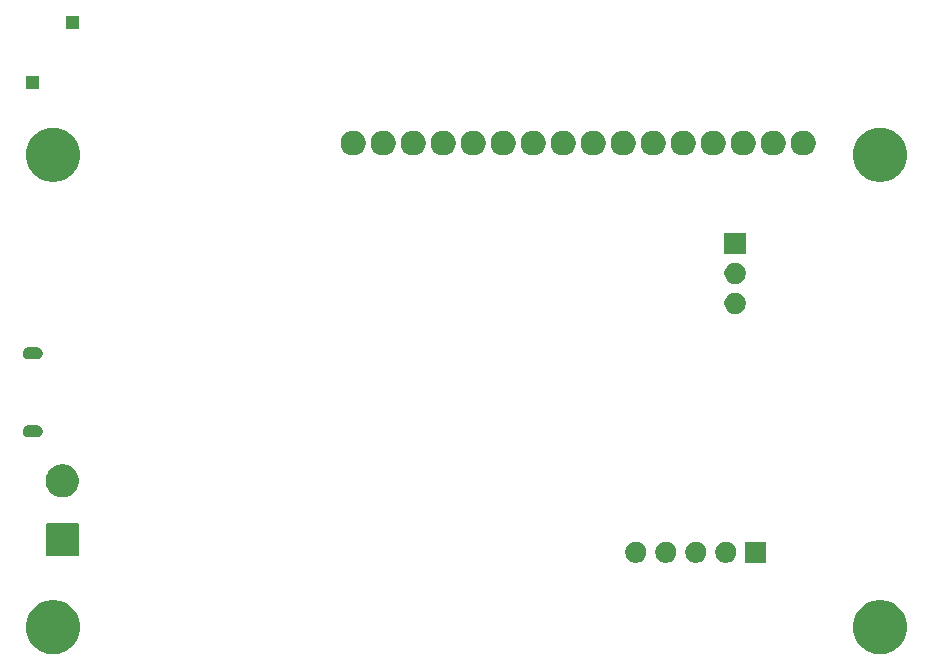
<source format=gbr>
G04 #@! TF.GenerationSoftware,KiCad,Pcbnew,(5.1.5)-3*
G04 #@! TF.CreationDate,2021-10-16T16:50:23+02:00*
G04 #@! TF.ProjectId,reader,72656164-6572-42e6-9b69-6361645f7063,rev?*
G04 #@! TF.SameCoordinates,Original*
G04 #@! TF.FileFunction,Soldermask,Bot*
G04 #@! TF.FilePolarity,Negative*
%FSLAX46Y46*%
G04 Gerber Fmt 4.6, Leading zero omitted, Abs format (unit mm)*
G04 Created by KiCad (PCBNEW (5.1.5)-3) date 2021-10-16 16:50:23*
%MOMM*%
%LPD*%
G04 APERTURE LIST*
%ADD10C,0.100000*%
G04 APERTURE END LIST*
D10*
G36*
X114208903Y-134343213D02*
G01*
X114431177Y-134387426D01*
X114849932Y-134560880D01*
X115226802Y-134812696D01*
X115547304Y-135133198D01*
X115799120Y-135510068D01*
X115972574Y-135928823D01*
X116061000Y-136373371D01*
X116061000Y-136826629D01*
X115972574Y-137271177D01*
X115799120Y-137689932D01*
X115547304Y-138066802D01*
X115226802Y-138387304D01*
X114849932Y-138639120D01*
X114431177Y-138812574D01*
X114208903Y-138856787D01*
X113986630Y-138901000D01*
X113533370Y-138901000D01*
X113311097Y-138856787D01*
X113088823Y-138812574D01*
X112670068Y-138639120D01*
X112293198Y-138387304D01*
X111972696Y-138066802D01*
X111720880Y-137689932D01*
X111547426Y-137271177D01*
X111459000Y-136826629D01*
X111459000Y-136373371D01*
X111547426Y-135928823D01*
X111720880Y-135510068D01*
X111972696Y-135133198D01*
X112293198Y-134812696D01*
X112670068Y-134560880D01*
X113088823Y-134387426D01*
X113311097Y-134343213D01*
X113533370Y-134299000D01*
X113986630Y-134299000D01*
X114208903Y-134343213D01*
G37*
G36*
X184208903Y-134343213D02*
G01*
X184431177Y-134387426D01*
X184849932Y-134560880D01*
X185226802Y-134812696D01*
X185547304Y-135133198D01*
X185799120Y-135510068D01*
X185972574Y-135928823D01*
X186061000Y-136373371D01*
X186061000Y-136826629D01*
X185972574Y-137271177D01*
X185799120Y-137689932D01*
X185547304Y-138066802D01*
X185226802Y-138387304D01*
X184849932Y-138639120D01*
X184431177Y-138812574D01*
X184208903Y-138856787D01*
X183986630Y-138901000D01*
X183533370Y-138901000D01*
X183311097Y-138856787D01*
X183088823Y-138812574D01*
X182670068Y-138639120D01*
X182293198Y-138387304D01*
X181972696Y-138066802D01*
X181720880Y-137689932D01*
X181547426Y-137271177D01*
X181459000Y-136826629D01*
X181459000Y-136373371D01*
X181547426Y-135928823D01*
X181720880Y-135510068D01*
X181972696Y-135133198D01*
X182293198Y-134812696D01*
X182670068Y-134560880D01*
X183088823Y-134387426D01*
X183311097Y-134343213D01*
X183533370Y-134299000D01*
X183986630Y-134299000D01*
X184208903Y-134343213D01*
G37*
G36*
X170823512Y-129353927D02*
G01*
X170972812Y-129383624D01*
X171136784Y-129451544D01*
X171284354Y-129550147D01*
X171409853Y-129675646D01*
X171508456Y-129823216D01*
X171576376Y-129987188D01*
X171611000Y-130161259D01*
X171611000Y-130338741D01*
X171576376Y-130512812D01*
X171508456Y-130676784D01*
X171409853Y-130824354D01*
X171284354Y-130949853D01*
X171136784Y-131048456D01*
X170972812Y-131116376D01*
X170823512Y-131146073D01*
X170798742Y-131151000D01*
X170621258Y-131151000D01*
X170596488Y-131146073D01*
X170447188Y-131116376D01*
X170283216Y-131048456D01*
X170135646Y-130949853D01*
X170010147Y-130824354D01*
X169911544Y-130676784D01*
X169843624Y-130512812D01*
X169809000Y-130338741D01*
X169809000Y-130161259D01*
X169843624Y-129987188D01*
X169911544Y-129823216D01*
X170010147Y-129675646D01*
X170135646Y-129550147D01*
X170283216Y-129451544D01*
X170447188Y-129383624D01*
X170596488Y-129353927D01*
X170621258Y-129349000D01*
X170798742Y-129349000D01*
X170823512Y-129353927D01*
G37*
G36*
X168283512Y-129353927D02*
G01*
X168432812Y-129383624D01*
X168596784Y-129451544D01*
X168744354Y-129550147D01*
X168869853Y-129675646D01*
X168968456Y-129823216D01*
X169036376Y-129987188D01*
X169071000Y-130161259D01*
X169071000Y-130338741D01*
X169036376Y-130512812D01*
X168968456Y-130676784D01*
X168869853Y-130824354D01*
X168744354Y-130949853D01*
X168596784Y-131048456D01*
X168432812Y-131116376D01*
X168283512Y-131146073D01*
X168258742Y-131151000D01*
X168081258Y-131151000D01*
X168056488Y-131146073D01*
X167907188Y-131116376D01*
X167743216Y-131048456D01*
X167595646Y-130949853D01*
X167470147Y-130824354D01*
X167371544Y-130676784D01*
X167303624Y-130512812D01*
X167269000Y-130338741D01*
X167269000Y-130161259D01*
X167303624Y-129987188D01*
X167371544Y-129823216D01*
X167470147Y-129675646D01*
X167595646Y-129550147D01*
X167743216Y-129451544D01*
X167907188Y-129383624D01*
X168056488Y-129353927D01*
X168081258Y-129349000D01*
X168258742Y-129349000D01*
X168283512Y-129353927D01*
G37*
G36*
X165743512Y-129353927D02*
G01*
X165892812Y-129383624D01*
X166056784Y-129451544D01*
X166204354Y-129550147D01*
X166329853Y-129675646D01*
X166428456Y-129823216D01*
X166496376Y-129987188D01*
X166531000Y-130161259D01*
X166531000Y-130338741D01*
X166496376Y-130512812D01*
X166428456Y-130676784D01*
X166329853Y-130824354D01*
X166204354Y-130949853D01*
X166056784Y-131048456D01*
X165892812Y-131116376D01*
X165743512Y-131146073D01*
X165718742Y-131151000D01*
X165541258Y-131151000D01*
X165516488Y-131146073D01*
X165367188Y-131116376D01*
X165203216Y-131048456D01*
X165055646Y-130949853D01*
X164930147Y-130824354D01*
X164831544Y-130676784D01*
X164763624Y-130512812D01*
X164729000Y-130338741D01*
X164729000Y-130161259D01*
X164763624Y-129987188D01*
X164831544Y-129823216D01*
X164930147Y-129675646D01*
X165055646Y-129550147D01*
X165203216Y-129451544D01*
X165367188Y-129383624D01*
X165516488Y-129353927D01*
X165541258Y-129349000D01*
X165718742Y-129349000D01*
X165743512Y-129353927D01*
G37*
G36*
X163203512Y-129353927D02*
G01*
X163352812Y-129383624D01*
X163516784Y-129451544D01*
X163664354Y-129550147D01*
X163789853Y-129675646D01*
X163888456Y-129823216D01*
X163956376Y-129987188D01*
X163991000Y-130161259D01*
X163991000Y-130338741D01*
X163956376Y-130512812D01*
X163888456Y-130676784D01*
X163789853Y-130824354D01*
X163664354Y-130949853D01*
X163516784Y-131048456D01*
X163352812Y-131116376D01*
X163203512Y-131146073D01*
X163178742Y-131151000D01*
X163001258Y-131151000D01*
X162976488Y-131146073D01*
X162827188Y-131116376D01*
X162663216Y-131048456D01*
X162515646Y-130949853D01*
X162390147Y-130824354D01*
X162291544Y-130676784D01*
X162223624Y-130512812D01*
X162189000Y-130338741D01*
X162189000Y-130161259D01*
X162223624Y-129987188D01*
X162291544Y-129823216D01*
X162390147Y-129675646D01*
X162515646Y-129550147D01*
X162663216Y-129451544D01*
X162827188Y-129383624D01*
X162976488Y-129353927D01*
X163001258Y-129349000D01*
X163178742Y-129349000D01*
X163203512Y-129353927D01*
G37*
G36*
X174151000Y-131151000D02*
G01*
X172349000Y-131151000D01*
X172349000Y-129349000D01*
X174151000Y-129349000D01*
X174151000Y-131151000D01*
G37*
G36*
X115814031Y-127807621D02*
G01*
X115843486Y-127816556D01*
X115870623Y-127831062D01*
X115894414Y-127850586D01*
X115913938Y-127874377D01*
X115928444Y-127901514D01*
X115937379Y-127930969D01*
X115941000Y-127967734D01*
X115941000Y-130442266D01*
X115937379Y-130479031D01*
X115928444Y-130508486D01*
X115913938Y-130535623D01*
X115894414Y-130559414D01*
X115870623Y-130578938D01*
X115843486Y-130593444D01*
X115814031Y-130602379D01*
X115777266Y-130606000D01*
X113302734Y-130606000D01*
X113265969Y-130602379D01*
X113236514Y-130593444D01*
X113209377Y-130578938D01*
X113185586Y-130559414D01*
X113166062Y-130535623D01*
X113151556Y-130508486D01*
X113142621Y-130479031D01*
X113139000Y-130442266D01*
X113139000Y-127967734D01*
X113142621Y-127930969D01*
X113151556Y-127901514D01*
X113166062Y-127874377D01*
X113185586Y-127850586D01*
X113209377Y-127831062D01*
X113236514Y-127816556D01*
X113265969Y-127807621D01*
X113302734Y-127804000D01*
X115777266Y-127804000D01*
X115814031Y-127807621D01*
G37*
G36*
X114858433Y-122839893D02*
G01*
X114948657Y-122857839D01*
X115054267Y-122901585D01*
X115203621Y-122963449D01*
X115203622Y-122963450D01*
X115433086Y-123116772D01*
X115628228Y-123311914D01*
X115730675Y-123465237D01*
X115781551Y-123541379D01*
X115887161Y-123796344D01*
X115941000Y-124067012D01*
X115941000Y-124342988D01*
X115887161Y-124613656D01*
X115781551Y-124868621D01*
X115781550Y-124868622D01*
X115628228Y-125098086D01*
X115433086Y-125293228D01*
X115279763Y-125395675D01*
X115203621Y-125446551D01*
X115054267Y-125508415D01*
X114948657Y-125552161D01*
X114858433Y-125570107D01*
X114677988Y-125606000D01*
X114402012Y-125606000D01*
X114221567Y-125570107D01*
X114131343Y-125552161D01*
X114025733Y-125508415D01*
X113876379Y-125446551D01*
X113800237Y-125395675D01*
X113646914Y-125293228D01*
X113451772Y-125098086D01*
X113298450Y-124868622D01*
X113298449Y-124868621D01*
X113192839Y-124613656D01*
X113139000Y-124342988D01*
X113139000Y-124067012D01*
X113192839Y-123796344D01*
X113298449Y-123541379D01*
X113349325Y-123465237D01*
X113451772Y-123311914D01*
X113646914Y-123116772D01*
X113876378Y-122963450D01*
X113876379Y-122963449D01*
X114025733Y-122901585D01*
X114131343Y-122857839D01*
X114221567Y-122839893D01*
X114402012Y-122804000D01*
X114677988Y-122804000D01*
X114858433Y-122839893D01*
G37*
G36*
X112488213Y-119511249D02*
G01*
X112582652Y-119539897D01*
X112669687Y-119586418D01*
X112745975Y-119649025D01*
X112808582Y-119725313D01*
X112855103Y-119812348D01*
X112883751Y-119906787D01*
X112893424Y-120005000D01*
X112883751Y-120103213D01*
X112855103Y-120197652D01*
X112808582Y-120284687D01*
X112745975Y-120360975D01*
X112669687Y-120423582D01*
X112582652Y-120470103D01*
X112488213Y-120498751D01*
X112414612Y-120506000D01*
X111665388Y-120506000D01*
X111591787Y-120498751D01*
X111497348Y-120470103D01*
X111410313Y-120423582D01*
X111334025Y-120360975D01*
X111271418Y-120284687D01*
X111224897Y-120197652D01*
X111196249Y-120103213D01*
X111186576Y-120005000D01*
X111196249Y-119906787D01*
X111224897Y-119812348D01*
X111271418Y-119725313D01*
X111334025Y-119649025D01*
X111410313Y-119586418D01*
X111497348Y-119539897D01*
X111591787Y-119511249D01*
X111665388Y-119504000D01*
X112414612Y-119504000D01*
X112488213Y-119511249D01*
G37*
G36*
X112488213Y-112911249D02*
G01*
X112582652Y-112939897D01*
X112669687Y-112986418D01*
X112745975Y-113049025D01*
X112808582Y-113125313D01*
X112855103Y-113212348D01*
X112883751Y-113306787D01*
X112893424Y-113405000D01*
X112883751Y-113503213D01*
X112855103Y-113597652D01*
X112808582Y-113684687D01*
X112745975Y-113760975D01*
X112669687Y-113823582D01*
X112582652Y-113870103D01*
X112488213Y-113898751D01*
X112414612Y-113906000D01*
X111665388Y-113906000D01*
X111591787Y-113898751D01*
X111497348Y-113870103D01*
X111410313Y-113823582D01*
X111334025Y-113760975D01*
X111271418Y-113684687D01*
X111224897Y-113597652D01*
X111196249Y-113503213D01*
X111186576Y-113405000D01*
X111196249Y-113306787D01*
X111224897Y-113212348D01*
X111271418Y-113125313D01*
X111334025Y-113049025D01*
X111410313Y-112986418D01*
X111497348Y-112939897D01*
X111591787Y-112911249D01*
X111665388Y-112904000D01*
X112414612Y-112904000D01*
X112488213Y-112911249D01*
G37*
G36*
X171613512Y-108283927D02*
G01*
X171762812Y-108313624D01*
X171926784Y-108381544D01*
X172074354Y-108480147D01*
X172199853Y-108605646D01*
X172298456Y-108753216D01*
X172366376Y-108917188D01*
X172401000Y-109091259D01*
X172401000Y-109268741D01*
X172366376Y-109442812D01*
X172298456Y-109606784D01*
X172199853Y-109754354D01*
X172074354Y-109879853D01*
X171926784Y-109978456D01*
X171762812Y-110046376D01*
X171613512Y-110076073D01*
X171588742Y-110081000D01*
X171411258Y-110081000D01*
X171386488Y-110076073D01*
X171237188Y-110046376D01*
X171073216Y-109978456D01*
X170925646Y-109879853D01*
X170800147Y-109754354D01*
X170701544Y-109606784D01*
X170633624Y-109442812D01*
X170599000Y-109268741D01*
X170599000Y-109091259D01*
X170633624Y-108917188D01*
X170701544Y-108753216D01*
X170800147Y-108605646D01*
X170925646Y-108480147D01*
X171073216Y-108381544D01*
X171237188Y-108313624D01*
X171386488Y-108283927D01*
X171411258Y-108279000D01*
X171588742Y-108279000D01*
X171613512Y-108283927D01*
G37*
G36*
X171613512Y-105743927D02*
G01*
X171762812Y-105773624D01*
X171926784Y-105841544D01*
X172074354Y-105940147D01*
X172199853Y-106065646D01*
X172298456Y-106213216D01*
X172366376Y-106377188D01*
X172401000Y-106551259D01*
X172401000Y-106728741D01*
X172366376Y-106902812D01*
X172298456Y-107066784D01*
X172199853Y-107214354D01*
X172074354Y-107339853D01*
X171926784Y-107438456D01*
X171762812Y-107506376D01*
X171613512Y-107536073D01*
X171588742Y-107541000D01*
X171411258Y-107541000D01*
X171386488Y-107536073D01*
X171237188Y-107506376D01*
X171073216Y-107438456D01*
X170925646Y-107339853D01*
X170800147Y-107214354D01*
X170701544Y-107066784D01*
X170633624Y-106902812D01*
X170599000Y-106728741D01*
X170599000Y-106551259D01*
X170633624Y-106377188D01*
X170701544Y-106213216D01*
X170800147Y-106065646D01*
X170925646Y-105940147D01*
X171073216Y-105841544D01*
X171237188Y-105773624D01*
X171386488Y-105743927D01*
X171411258Y-105739000D01*
X171588742Y-105739000D01*
X171613512Y-105743927D01*
G37*
G36*
X172401000Y-105001000D02*
G01*
X170599000Y-105001000D01*
X170599000Y-103199000D01*
X172401000Y-103199000D01*
X172401000Y-105001000D01*
G37*
G36*
X184208903Y-94343213D02*
G01*
X184431177Y-94387426D01*
X184849932Y-94560880D01*
X185226802Y-94812696D01*
X185547304Y-95133198D01*
X185799120Y-95510068D01*
X185972574Y-95928823D01*
X186061000Y-96373371D01*
X186061000Y-96826629D01*
X185972574Y-97271177D01*
X185799120Y-97689932D01*
X185547304Y-98066802D01*
X185226802Y-98387304D01*
X184849932Y-98639120D01*
X184431177Y-98812574D01*
X184208903Y-98856787D01*
X183986630Y-98901000D01*
X183533370Y-98901000D01*
X183311097Y-98856787D01*
X183088823Y-98812574D01*
X182670068Y-98639120D01*
X182293198Y-98387304D01*
X181972696Y-98066802D01*
X181720880Y-97689932D01*
X181547426Y-97271177D01*
X181459000Y-96826629D01*
X181459000Y-96373371D01*
X181547426Y-95928823D01*
X181720880Y-95510068D01*
X181972696Y-95133198D01*
X182293198Y-94812696D01*
X182670068Y-94560880D01*
X183088823Y-94387426D01*
X183311097Y-94343213D01*
X183533370Y-94299000D01*
X183986630Y-94299000D01*
X184208903Y-94343213D01*
G37*
G36*
X114208903Y-94343213D02*
G01*
X114431177Y-94387426D01*
X114849932Y-94560880D01*
X115226802Y-94812696D01*
X115547304Y-95133198D01*
X115799120Y-95510068D01*
X115972574Y-95928823D01*
X116061000Y-96373371D01*
X116061000Y-96826629D01*
X115972574Y-97271177D01*
X115799120Y-97689932D01*
X115547304Y-98066802D01*
X115226802Y-98387304D01*
X114849932Y-98639120D01*
X114431177Y-98812574D01*
X114208903Y-98856787D01*
X113986630Y-98901000D01*
X113533370Y-98901000D01*
X113311097Y-98856787D01*
X113088823Y-98812574D01*
X112670068Y-98639120D01*
X112293198Y-98387304D01*
X111972696Y-98066802D01*
X111720880Y-97689932D01*
X111547426Y-97271177D01*
X111459000Y-96826629D01*
X111459000Y-96373371D01*
X111547426Y-95928823D01*
X111720880Y-95510068D01*
X111972696Y-95133198D01*
X112293198Y-94812696D01*
X112670068Y-94560880D01*
X113088823Y-94387426D01*
X113311097Y-94343213D01*
X113533370Y-94299000D01*
X113986630Y-94299000D01*
X114208903Y-94343213D01*
G37*
G36*
X139466564Y-94589389D02*
G01*
X139657833Y-94668615D01*
X139657835Y-94668616D01*
X139829973Y-94783635D01*
X139976365Y-94930027D01*
X140091385Y-95102167D01*
X140170611Y-95293436D01*
X140211000Y-95496484D01*
X140211000Y-95703516D01*
X140170611Y-95906564D01*
X140091385Y-96097833D01*
X140091384Y-96097835D01*
X139976365Y-96269973D01*
X139829973Y-96416365D01*
X139657835Y-96531384D01*
X139657834Y-96531385D01*
X139657833Y-96531385D01*
X139466564Y-96610611D01*
X139263516Y-96651000D01*
X139056484Y-96651000D01*
X138853436Y-96610611D01*
X138662167Y-96531385D01*
X138662166Y-96531385D01*
X138662165Y-96531384D01*
X138490027Y-96416365D01*
X138343635Y-96269973D01*
X138228616Y-96097835D01*
X138228615Y-96097833D01*
X138149389Y-95906564D01*
X138109000Y-95703516D01*
X138109000Y-95496484D01*
X138149389Y-95293436D01*
X138228615Y-95102167D01*
X138343635Y-94930027D01*
X138490027Y-94783635D01*
X138662165Y-94668616D01*
X138662167Y-94668615D01*
X138853436Y-94589389D01*
X139056484Y-94549000D01*
X139263516Y-94549000D01*
X139466564Y-94589389D01*
G37*
G36*
X162326564Y-94589389D02*
G01*
X162517833Y-94668615D01*
X162517835Y-94668616D01*
X162689973Y-94783635D01*
X162836365Y-94930027D01*
X162951385Y-95102167D01*
X163030611Y-95293436D01*
X163071000Y-95496484D01*
X163071000Y-95703516D01*
X163030611Y-95906564D01*
X162951385Y-96097833D01*
X162951384Y-96097835D01*
X162836365Y-96269973D01*
X162689973Y-96416365D01*
X162517835Y-96531384D01*
X162517834Y-96531385D01*
X162517833Y-96531385D01*
X162326564Y-96610611D01*
X162123516Y-96651000D01*
X161916484Y-96651000D01*
X161713436Y-96610611D01*
X161522167Y-96531385D01*
X161522166Y-96531385D01*
X161522165Y-96531384D01*
X161350027Y-96416365D01*
X161203635Y-96269973D01*
X161088616Y-96097835D01*
X161088615Y-96097833D01*
X161009389Y-95906564D01*
X160969000Y-95703516D01*
X160969000Y-95496484D01*
X161009389Y-95293436D01*
X161088615Y-95102167D01*
X161203635Y-94930027D01*
X161350027Y-94783635D01*
X161522165Y-94668616D01*
X161522167Y-94668615D01*
X161713436Y-94589389D01*
X161916484Y-94549000D01*
X162123516Y-94549000D01*
X162326564Y-94589389D01*
G37*
G36*
X144546564Y-94589389D02*
G01*
X144737833Y-94668615D01*
X144737835Y-94668616D01*
X144909973Y-94783635D01*
X145056365Y-94930027D01*
X145171385Y-95102167D01*
X145250611Y-95293436D01*
X145291000Y-95496484D01*
X145291000Y-95703516D01*
X145250611Y-95906564D01*
X145171385Y-96097833D01*
X145171384Y-96097835D01*
X145056365Y-96269973D01*
X144909973Y-96416365D01*
X144737835Y-96531384D01*
X144737834Y-96531385D01*
X144737833Y-96531385D01*
X144546564Y-96610611D01*
X144343516Y-96651000D01*
X144136484Y-96651000D01*
X143933436Y-96610611D01*
X143742167Y-96531385D01*
X143742166Y-96531385D01*
X143742165Y-96531384D01*
X143570027Y-96416365D01*
X143423635Y-96269973D01*
X143308616Y-96097835D01*
X143308615Y-96097833D01*
X143229389Y-95906564D01*
X143189000Y-95703516D01*
X143189000Y-95496484D01*
X143229389Y-95293436D01*
X143308615Y-95102167D01*
X143423635Y-94930027D01*
X143570027Y-94783635D01*
X143742165Y-94668616D01*
X143742167Y-94668615D01*
X143933436Y-94589389D01*
X144136484Y-94549000D01*
X144343516Y-94549000D01*
X144546564Y-94589389D01*
G37*
G36*
X147086564Y-94589389D02*
G01*
X147277833Y-94668615D01*
X147277835Y-94668616D01*
X147449973Y-94783635D01*
X147596365Y-94930027D01*
X147711385Y-95102167D01*
X147790611Y-95293436D01*
X147831000Y-95496484D01*
X147831000Y-95703516D01*
X147790611Y-95906564D01*
X147711385Y-96097833D01*
X147711384Y-96097835D01*
X147596365Y-96269973D01*
X147449973Y-96416365D01*
X147277835Y-96531384D01*
X147277834Y-96531385D01*
X147277833Y-96531385D01*
X147086564Y-96610611D01*
X146883516Y-96651000D01*
X146676484Y-96651000D01*
X146473436Y-96610611D01*
X146282167Y-96531385D01*
X146282166Y-96531385D01*
X146282165Y-96531384D01*
X146110027Y-96416365D01*
X145963635Y-96269973D01*
X145848616Y-96097835D01*
X145848615Y-96097833D01*
X145769389Y-95906564D01*
X145729000Y-95703516D01*
X145729000Y-95496484D01*
X145769389Y-95293436D01*
X145848615Y-95102167D01*
X145963635Y-94930027D01*
X146110027Y-94783635D01*
X146282165Y-94668616D01*
X146282167Y-94668615D01*
X146473436Y-94589389D01*
X146676484Y-94549000D01*
X146883516Y-94549000D01*
X147086564Y-94589389D01*
G37*
G36*
X149626564Y-94589389D02*
G01*
X149817833Y-94668615D01*
X149817835Y-94668616D01*
X149989973Y-94783635D01*
X150136365Y-94930027D01*
X150251385Y-95102167D01*
X150330611Y-95293436D01*
X150371000Y-95496484D01*
X150371000Y-95703516D01*
X150330611Y-95906564D01*
X150251385Y-96097833D01*
X150251384Y-96097835D01*
X150136365Y-96269973D01*
X149989973Y-96416365D01*
X149817835Y-96531384D01*
X149817834Y-96531385D01*
X149817833Y-96531385D01*
X149626564Y-96610611D01*
X149423516Y-96651000D01*
X149216484Y-96651000D01*
X149013436Y-96610611D01*
X148822167Y-96531385D01*
X148822166Y-96531385D01*
X148822165Y-96531384D01*
X148650027Y-96416365D01*
X148503635Y-96269973D01*
X148388616Y-96097835D01*
X148388615Y-96097833D01*
X148309389Y-95906564D01*
X148269000Y-95703516D01*
X148269000Y-95496484D01*
X148309389Y-95293436D01*
X148388615Y-95102167D01*
X148503635Y-94930027D01*
X148650027Y-94783635D01*
X148822165Y-94668616D01*
X148822167Y-94668615D01*
X149013436Y-94589389D01*
X149216484Y-94549000D01*
X149423516Y-94549000D01*
X149626564Y-94589389D01*
G37*
G36*
X152166564Y-94589389D02*
G01*
X152357833Y-94668615D01*
X152357835Y-94668616D01*
X152529973Y-94783635D01*
X152676365Y-94930027D01*
X152791385Y-95102167D01*
X152870611Y-95293436D01*
X152911000Y-95496484D01*
X152911000Y-95703516D01*
X152870611Y-95906564D01*
X152791385Y-96097833D01*
X152791384Y-96097835D01*
X152676365Y-96269973D01*
X152529973Y-96416365D01*
X152357835Y-96531384D01*
X152357834Y-96531385D01*
X152357833Y-96531385D01*
X152166564Y-96610611D01*
X151963516Y-96651000D01*
X151756484Y-96651000D01*
X151553436Y-96610611D01*
X151362167Y-96531385D01*
X151362166Y-96531385D01*
X151362165Y-96531384D01*
X151190027Y-96416365D01*
X151043635Y-96269973D01*
X150928616Y-96097835D01*
X150928615Y-96097833D01*
X150849389Y-95906564D01*
X150809000Y-95703516D01*
X150809000Y-95496484D01*
X150849389Y-95293436D01*
X150928615Y-95102167D01*
X151043635Y-94930027D01*
X151190027Y-94783635D01*
X151362165Y-94668616D01*
X151362167Y-94668615D01*
X151553436Y-94589389D01*
X151756484Y-94549000D01*
X151963516Y-94549000D01*
X152166564Y-94589389D01*
G37*
G36*
X154706564Y-94589389D02*
G01*
X154897833Y-94668615D01*
X154897835Y-94668616D01*
X155069973Y-94783635D01*
X155216365Y-94930027D01*
X155331385Y-95102167D01*
X155410611Y-95293436D01*
X155451000Y-95496484D01*
X155451000Y-95703516D01*
X155410611Y-95906564D01*
X155331385Y-96097833D01*
X155331384Y-96097835D01*
X155216365Y-96269973D01*
X155069973Y-96416365D01*
X154897835Y-96531384D01*
X154897834Y-96531385D01*
X154897833Y-96531385D01*
X154706564Y-96610611D01*
X154503516Y-96651000D01*
X154296484Y-96651000D01*
X154093436Y-96610611D01*
X153902167Y-96531385D01*
X153902166Y-96531385D01*
X153902165Y-96531384D01*
X153730027Y-96416365D01*
X153583635Y-96269973D01*
X153468616Y-96097835D01*
X153468615Y-96097833D01*
X153389389Y-95906564D01*
X153349000Y-95703516D01*
X153349000Y-95496484D01*
X153389389Y-95293436D01*
X153468615Y-95102167D01*
X153583635Y-94930027D01*
X153730027Y-94783635D01*
X153902165Y-94668616D01*
X153902167Y-94668615D01*
X154093436Y-94589389D01*
X154296484Y-94549000D01*
X154503516Y-94549000D01*
X154706564Y-94589389D01*
G37*
G36*
X157246564Y-94589389D02*
G01*
X157437833Y-94668615D01*
X157437835Y-94668616D01*
X157609973Y-94783635D01*
X157756365Y-94930027D01*
X157871385Y-95102167D01*
X157950611Y-95293436D01*
X157991000Y-95496484D01*
X157991000Y-95703516D01*
X157950611Y-95906564D01*
X157871385Y-96097833D01*
X157871384Y-96097835D01*
X157756365Y-96269973D01*
X157609973Y-96416365D01*
X157437835Y-96531384D01*
X157437834Y-96531385D01*
X157437833Y-96531385D01*
X157246564Y-96610611D01*
X157043516Y-96651000D01*
X156836484Y-96651000D01*
X156633436Y-96610611D01*
X156442167Y-96531385D01*
X156442166Y-96531385D01*
X156442165Y-96531384D01*
X156270027Y-96416365D01*
X156123635Y-96269973D01*
X156008616Y-96097835D01*
X156008615Y-96097833D01*
X155929389Y-95906564D01*
X155889000Y-95703516D01*
X155889000Y-95496484D01*
X155929389Y-95293436D01*
X156008615Y-95102167D01*
X156123635Y-94930027D01*
X156270027Y-94783635D01*
X156442165Y-94668616D01*
X156442167Y-94668615D01*
X156633436Y-94589389D01*
X156836484Y-94549000D01*
X157043516Y-94549000D01*
X157246564Y-94589389D01*
G37*
G36*
X159786564Y-94589389D02*
G01*
X159977833Y-94668615D01*
X159977835Y-94668616D01*
X160149973Y-94783635D01*
X160296365Y-94930027D01*
X160411385Y-95102167D01*
X160490611Y-95293436D01*
X160531000Y-95496484D01*
X160531000Y-95703516D01*
X160490611Y-95906564D01*
X160411385Y-96097833D01*
X160411384Y-96097835D01*
X160296365Y-96269973D01*
X160149973Y-96416365D01*
X159977835Y-96531384D01*
X159977834Y-96531385D01*
X159977833Y-96531385D01*
X159786564Y-96610611D01*
X159583516Y-96651000D01*
X159376484Y-96651000D01*
X159173436Y-96610611D01*
X158982167Y-96531385D01*
X158982166Y-96531385D01*
X158982165Y-96531384D01*
X158810027Y-96416365D01*
X158663635Y-96269973D01*
X158548616Y-96097835D01*
X158548615Y-96097833D01*
X158469389Y-95906564D01*
X158429000Y-95703516D01*
X158429000Y-95496484D01*
X158469389Y-95293436D01*
X158548615Y-95102167D01*
X158663635Y-94930027D01*
X158810027Y-94783635D01*
X158982165Y-94668616D01*
X158982167Y-94668615D01*
X159173436Y-94589389D01*
X159376484Y-94549000D01*
X159583516Y-94549000D01*
X159786564Y-94589389D01*
G37*
G36*
X142006564Y-94589389D02*
G01*
X142197833Y-94668615D01*
X142197835Y-94668616D01*
X142369973Y-94783635D01*
X142516365Y-94930027D01*
X142631385Y-95102167D01*
X142710611Y-95293436D01*
X142751000Y-95496484D01*
X142751000Y-95703516D01*
X142710611Y-95906564D01*
X142631385Y-96097833D01*
X142631384Y-96097835D01*
X142516365Y-96269973D01*
X142369973Y-96416365D01*
X142197835Y-96531384D01*
X142197834Y-96531385D01*
X142197833Y-96531385D01*
X142006564Y-96610611D01*
X141803516Y-96651000D01*
X141596484Y-96651000D01*
X141393436Y-96610611D01*
X141202167Y-96531385D01*
X141202166Y-96531385D01*
X141202165Y-96531384D01*
X141030027Y-96416365D01*
X140883635Y-96269973D01*
X140768616Y-96097835D01*
X140768615Y-96097833D01*
X140689389Y-95906564D01*
X140649000Y-95703516D01*
X140649000Y-95496484D01*
X140689389Y-95293436D01*
X140768615Y-95102167D01*
X140883635Y-94930027D01*
X141030027Y-94783635D01*
X141202165Y-94668616D01*
X141202167Y-94668615D01*
X141393436Y-94589389D01*
X141596484Y-94549000D01*
X141803516Y-94549000D01*
X142006564Y-94589389D01*
G37*
G36*
X177566564Y-94589389D02*
G01*
X177757833Y-94668615D01*
X177757835Y-94668616D01*
X177929973Y-94783635D01*
X178076365Y-94930027D01*
X178191385Y-95102167D01*
X178270611Y-95293436D01*
X178311000Y-95496484D01*
X178311000Y-95703516D01*
X178270611Y-95906564D01*
X178191385Y-96097833D01*
X178191384Y-96097835D01*
X178076365Y-96269973D01*
X177929973Y-96416365D01*
X177757835Y-96531384D01*
X177757834Y-96531385D01*
X177757833Y-96531385D01*
X177566564Y-96610611D01*
X177363516Y-96651000D01*
X177156484Y-96651000D01*
X176953436Y-96610611D01*
X176762167Y-96531385D01*
X176762166Y-96531385D01*
X176762165Y-96531384D01*
X176590027Y-96416365D01*
X176443635Y-96269973D01*
X176328616Y-96097835D01*
X176328615Y-96097833D01*
X176249389Y-95906564D01*
X176209000Y-95703516D01*
X176209000Y-95496484D01*
X176249389Y-95293436D01*
X176328615Y-95102167D01*
X176443635Y-94930027D01*
X176590027Y-94783635D01*
X176762165Y-94668616D01*
X176762167Y-94668615D01*
X176953436Y-94589389D01*
X177156484Y-94549000D01*
X177363516Y-94549000D01*
X177566564Y-94589389D01*
G37*
G36*
X175026564Y-94589389D02*
G01*
X175217833Y-94668615D01*
X175217835Y-94668616D01*
X175389973Y-94783635D01*
X175536365Y-94930027D01*
X175651385Y-95102167D01*
X175730611Y-95293436D01*
X175771000Y-95496484D01*
X175771000Y-95703516D01*
X175730611Y-95906564D01*
X175651385Y-96097833D01*
X175651384Y-96097835D01*
X175536365Y-96269973D01*
X175389973Y-96416365D01*
X175217835Y-96531384D01*
X175217834Y-96531385D01*
X175217833Y-96531385D01*
X175026564Y-96610611D01*
X174823516Y-96651000D01*
X174616484Y-96651000D01*
X174413436Y-96610611D01*
X174222167Y-96531385D01*
X174222166Y-96531385D01*
X174222165Y-96531384D01*
X174050027Y-96416365D01*
X173903635Y-96269973D01*
X173788616Y-96097835D01*
X173788615Y-96097833D01*
X173709389Y-95906564D01*
X173669000Y-95703516D01*
X173669000Y-95496484D01*
X173709389Y-95293436D01*
X173788615Y-95102167D01*
X173903635Y-94930027D01*
X174050027Y-94783635D01*
X174222165Y-94668616D01*
X174222167Y-94668615D01*
X174413436Y-94589389D01*
X174616484Y-94549000D01*
X174823516Y-94549000D01*
X175026564Y-94589389D01*
G37*
G36*
X172486564Y-94589389D02*
G01*
X172677833Y-94668615D01*
X172677835Y-94668616D01*
X172849973Y-94783635D01*
X172996365Y-94930027D01*
X173111385Y-95102167D01*
X173190611Y-95293436D01*
X173231000Y-95496484D01*
X173231000Y-95703516D01*
X173190611Y-95906564D01*
X173111385Y-96097833D01*
X173111384Y-96097835D01*
X172996365Y-96269973D01*
X172849973Y-96416365D01*
X172677835Y-96531384D01*
X172677834Y-96531385D01*
X172677833Y-96531385D01*
X172486564Y-96610611D01*
X172283516Y-96651000D01*
X172076484Y-96651000D01*
X171873436Y-96610611D01*
X171682167Y-96531385D01*
X171682166Y-96531385D01*
X171682165Y-96531384D01*
X171510027Y-96416365D01*
X171363635Y-96269973D01*
X171248616Y-96097835D01*
X171248615Y-96097833D01*
X171169389Y-95906564D01*
X171129000Y-95703516D01*
X171129000Y-95496484D01*
X171169389Y-95293436D01*
X171248615Y-95102167D01*
X171363635Y-94930027D01*
X171510027Y-94783635D01*
X171682165Y-94668616D01*
X171682167Y-94668615D01*
X171873436Y-94589389D01*
X172076484Y-94549000D01*
X172283516Y-94549000D01*
X172486564Y-94589389D01*
G37*
G36*
X167406564Y-94589389D02*
G01*
X167597833Y-94668615D01*
X167597835Y-94668616D01*
X167769973Y-94783635D01*
X167916365Y-94930027D01*
X168031385Y-95102167D01*
X168110611Y-95293436D01*
X168151000Y-95496484D01*
X168151000Y-95703516D01*
X168110611Y-95906564D01*
X168031385Y-96097833D01*
X168031384Y-96097835D01*
X167916365Y-96269973D01*
X167769973Y-96416365D01*
X167597835Y-96531384D01*
X167597834Y-96531385D01*
X167597833Y-96531385D01*
X167406564Y-96610611D01*
X167203516Y-96651000D01*
X166996484Y-96651000D01*
X166793436Y-96610611D01*
X166602167Y-96531385D01*
X166602166Y-96531385D01*
X166602165Y-96531384D01*
X166430027Y-96416365D01*
X166283635Y-96269973D01*
X166168616Y-96097835D01*
X166168615Y-96097833D01*
X166089389Y-95906564D01*
X166049000Y-95703516D01*
X166049000Y-95496484D01*
X166089389Y-95293436D01*
X166168615Y-95102167D01*
X166283635Y-94930027D01*
X166430027Y-94783635D01*
X166602165Y-94668616D01*
X166602167Y-94668615D01*
X166793436Y-94589389D01*
X166996484Y-94549000D01*
X167203516Y-94549000D01*
X167406564Y-94589389D01*
G37*
G36*
X164866564Y-94589389D02*
G01*
X165057833Y-94668615D01*
X165057835Y-94668616D01*
X165229973Y-94783635D01*
X165376365Y-94930027D01*
X165491385Y-95102167D01*
X165570611Y-95293436D01*
X165611000Y-95496484D01*
X165611000Y-95703516D01*
X165570611Y-95906564D01*
X165491385Y-96097833D01*
X165491384Y-96097835D01*
X165376365Y-96269973D01*
X165229973Y-96416365D01*
X165057835Y-96531384D01*
X165057834Y-96531385D01*
X165057833Y-96531385D01*
X164866564Y-96610611D01*
X164663516Y-96651000D01*
X164456484Y-96651000D01*
X164253436Y-96610611D01*
X164062167Y-96531385D01*
X164062166Y-96531385D01*
X164062165Y-96531384D01*
X163890027Y-96416365D01*
X163743635Y-96269973D01*
X163628616Y-96097835D01*
X163628615Y-96097833D01*
X163549389Y-95906564D01*
X163509000Y-95703516D01*
X163509000Y-95496484D01*
X163549389Y-95293436D01*
X163628615Y-95102167D01*
X163743635Y-94930027D01*
X163890027Y-94783635D01*
X164062165Y-94668616D01*
X164062167Y-94668615D01*
X164253436Y-94589389D01*
X164456484Y-94549000D01*
X164663516Y-94549000D01*
X164866564Y-94589389D01*
G37*
G36*
X169946564Y-94589389D02*
G01*
X170137833Y-94668615D01*
X170137835Y-94668616D01*
X170309973Y-94783635D01*
X170456365Y-94930027D01*
X170571385Y-95102167D01*
X170650611Y-95293436D01*
X170691000Y-95496484D01*
X170691000Y-95703516D01*
X170650611Y-95906564D01*
X170571385Y-96097833D01*
X170571384Y-96097835D01*
X170456365Y-96269973D01*
X170309973Y-96416365D01*
X170137835Y-96531384D01*
X170137834Y-96531385D01*
X170137833Y-96531385D01*
X169946564Y-96610611D01*
X169743516Y-96651000D01*
X169536484Y-96651000D01*
X169333436Y-96610611D01*
X169142167Y-96531385D01*
X169142166Y-96531385D01*
X169142165Y-96531384D01*
X168970027Y-96416365D01*
X168823635Y-96269973D01*
X168708616Y-96097835D01*
X168708615Y-96097833D01*
X168629389Y-95906564D01*
X168589000Y-95703516D01*
X168589000Y-95496484D01*
X168629389Y-95293436D01*
X168708615Y-95102167D01*
X168823635Y-94930027D01*
X168970027Y-94783635D01*
X169142165Y-94668616D01*
X169142167Y-94668615D01*
X169333436Y-94589389D01*
X169536484Y-94549000D01*
X169743516Y-94549000D01*
X169946564Y-94589389D01*
G37*
G36*
X112551000Y-91051000D02*
G01*
X111449000Y-91051000D01*
X111449000Y-89949000D01*
X112551000Y-89949000D01*
X112551000Y-91051000D01*
G37*
G36*
X115951000Y-85951000D02*
G01*
X114849000Y-85951000D01*
X114849000Y-84849000D01*
X115951000Y-84849000D01*
X115951000Y-85951000D01*
G37*
M02*

</source>
